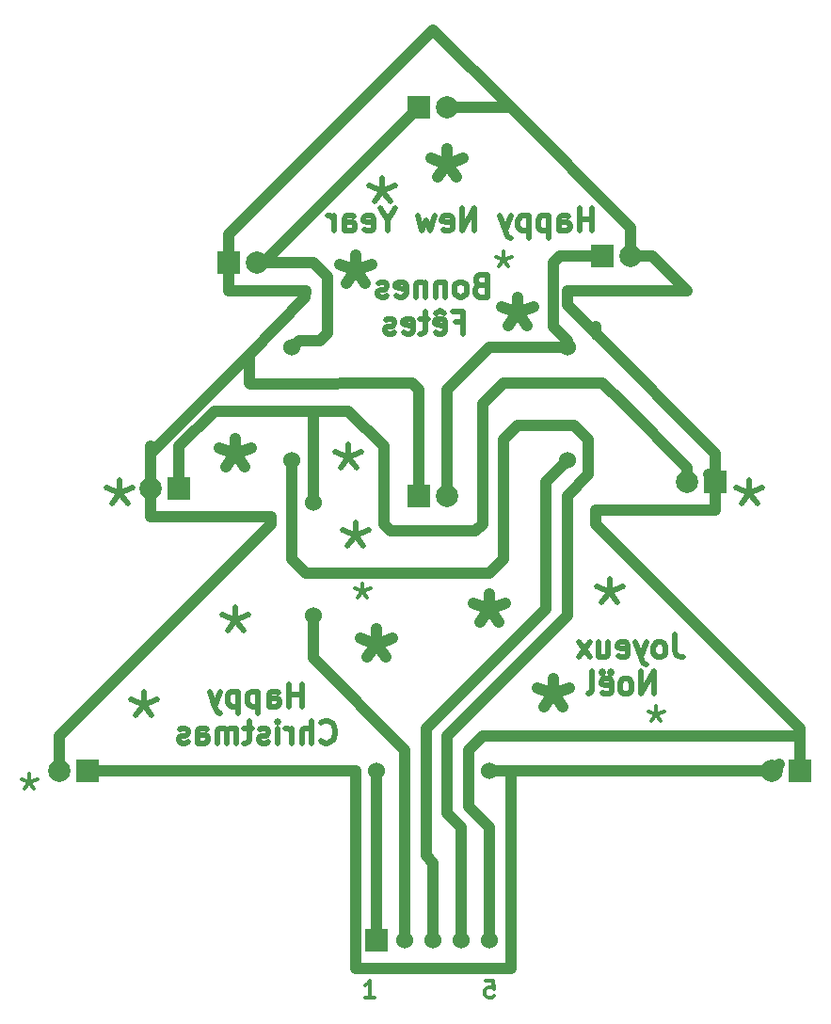
<source format=gbl>
G04 #@! TF.FileFunction,Copper,L2,Bot,Signal*
%FSLAX46Y46*%
G04 Gerber Fmt 4.6, Leading zero omitted, Abs format (unit mm)*
G04 Created by KiCad (PCBNEW 4.0.1-stable) date 27/05/2016 22:40:19*
%MOMM*%
G01*
G04 APERTURE LIST*
%ADD10C,0.100000*%
%ADD11C,0.375000*%
%ADD12C,0.500000*%
%ADD13C,1.000000*%
%ADD14C,0.300000*%
%ADD15C,1.524000*%
%ADD16R,2.000000X2.000000*%
%ADD17C,2.000000*%
G04 APERTURE END LIST*
D10*
D11*
X111402856Y-119828571D02*
X112117142Y-119828571D01*
X112188571Y-120542857D01*
X112117142Y-120471429D01*
X111974285Y-120400000D01*
X111617142Y-120400000D01*
X111474285Y-120471429D01*
X111402856Y-120542857D01*
X111331428Y-120685714D01*
X111331428Y-121042857D01*
X111402856Y-121185714D01*
X111474285Y-121257143D01*
X111617142Y-121328571D01*
X111974285Y-121328571D01*
X112117142Y-121257143D01*
X112188571Y-121185714D01*
X101393572Y-121328571D02*
X100536429Y-121328571D01*
X100965001Y-121328571D02*
X100965001Y-119828571D01*
X100822144Y-120042857D01*
X100679286Y-120185714D01*
X100536429Y-120257143D01*
D12*
X122555000Y-83621905D02*
X122555000Y-84812381D01*
X121364524Y-84336190D02*
X122555000Y-84812381D01*
X123745476Y-84336190D01*
X121840714Y-85764762D02*
X122555000Y-84812381D01*
X123269286Y-85764762D01*
D13*
X111760000Y-84979286D02*
X111760000Y-86407857D01*
X113188571Y-85836429D02*
X111760000Y-86407857D01*
X110331428Y-85836429D01*
X112617143Y-87550714D02*
X111760000Y-86407857D01*
X110902857Y-87550714D01*
X117475000Y-92599286D02*
X117475000Y-94027857D01*
X118903571Y-93456429D02*
X117475000Y-94027857D01*
X116046428Y-93456429D01*
X118332143Y-95170714D02*
X117475000Y-94027857D01*
X116617857Y-95170714D01*
D12*
X120981906Y-52339762D02*
X120981906Y-50339762D01*
X120981906Y-51292143D02*
X119839048Y-51292143D01*
X119839048Y-52339762D02*
X119839048Y-50339762D01*
X118029525Y-52339762D02*
X118029525Y-51292143D01*
X118124763Y-51101667D01*
X118315239Y-51006429D01*
X118696191Y-51006429D01*
X118886668Y-51101667D01*
X118029525Y-52244524D02*
X118220001Y-52339762D01*
X118696191Y-52339762D01*
X118886668Y-52244524D01*
X118981906Y-52054048D01*
X118981906Y-51863571D01*
X118886668Y-51673095D01*
X118696191Y-51577857D01*
X118220001Y-51577857D01*
X118029525Y-51482619D01*
X117077144Y-51006429D02*
X117077144Y-53006429D01*
X117077144Y-51101667D02*
X116886667Y-51006429D01*
X116505715Y-51006429D01*
X116315239Y-51101667D01*
X116220001Y-51196905D01*
X116124763Y-51387381D01*
X116124763Y-51958810D01*
X116220001Y-52149286D01*
X116315239Y-52244524D01*
X116505715Y-52339762D01*
X116886667Y-52339762D01*
X117077144Y-52244524D01*
X115267620Y-51006429D02*
X115267620Y-53006429D01*
X115267620Y-51101667D02*
X115077143Y-51006429D01*
X114696191Y-51006429D01*
X114505715Y-51101667D01*
X114410477Y-51196905D01*
X114315239Y-51387381D01*
X114315239Y-51958810D01*
X114410477Y-52149286D01*
X114505715Y-52244524D01*
X114696191Y-52339762D01*
X115077143Y-52339762D01*
X115267620Y-52244524D01*
X113648572Y-51006429D02*
X113172381Y-52339762D01*
X112696191Y-51006429D02*
X113172381Y-52339762D01*
X113362857Y-52815952D01*
X113458096Y-52911190D01*
X113648572Y-53006429D01*
X110410476Y-52339762D02*
X110410476Y-50339762D01*
X109267618Y-52339762D01*
X109267618Y-50339762D01*
X107553333Y-52244524D02*
X107743809Y-52339762D01*
X108124761Y-52339762D01*
X108315238Y-52244524D01*
X108410476Y-52054048D01*
X108410476Y-51292143D01*
X108315238Y-51101667D01*
X108124761Y-51006429D01*
X107743809Y-51006429D01*
X107553333Y-51101667D01*
X107458095Y-51292143D01*
X107458095Y-51482619D01*
X108410476Y-51673095D01*
X106791428Y-51006429D02*
X106410475Y-52339762D01*
X106029523Y-51387381D01*
X105648571Y-52339762D01*
X105267618Y-51006429D01*
X102600951Y-51387381D02*
X102600951Y-52339762D01*
X103267618Y-50339762D02*
X102600951Y-51387381D01*
X101934284Y-50339762D01*
X100505713Y-52244524D02*
X100696189Y-52339762D01*
X101077141Y-52339762D01*
X101267618Y-52244524D01*
X101362856Y-52054048D01*
X101362856Y-51292143D01*
X101267618Y-51101667D01*
X101077141Y-51006429D01*
X100696189Y-51006429D01*
X100505713Y-51101667D01*
X100410475Y-51292143D01*
X100410475Y-51482619D01*
X101362856Y-51673095D01*
X98696189Y-52339762D02*
X98696189Y-51292143D01*
X98791427Y-51101667D01*
X98981903Y-51006429D01*
X99362855Y-51006429D01*
X99553332Y-51101667D01*
X98696189Y-52244524D02*
X98886665Y-52339762D01*
X99362855Y-52339762D01*
X99553332Y-52244524D01*
X99648570Y-52054048D01*
X99648570Y-51863571D01*
X99553332Y-51673095D01*
X99362855Y-51577857D01*
X98886665Y-51577857D01*
X98696189Y-51482619D01*
X97743808Y-52339762D02*
X97743808Y-51006429D01*
X97743808Y-51387381D02*
X97648569Y-51196905D01*
X97553331Y-51101667D01*
X97362855Y-51006429D01*
X97172379Y-51006429D01*
D13*
X101600000Y-88154286D02*
X101600000Y-89582857D01*
X103028571Y-89011429D02*
X101600000Y-89582857D01*
X100171428Y-89011429D01*
X102457143Y-90725714D02*
X101600000Y-89582857D01*
X100742857Y-90725714D01*
X107950000Y-44974286D02*
X107950000Y-46402857D01*
X109378571Y-45831429D02*
X107950000Y-46402857D01*
X106521428Y-45831429D01*
X108807143Y-47545714D02*
X107950000Y-46402857D01*
X107092857Y-47545714D01*
D12*
X78486000Y-74731905D02*
X78486000Y-75922381D01*
X77295524Y-75446190D02*
X78486000Y-75922381D01*
X79676476Y-75446190D01*
X77771714Y-76874762D02*
X78486000Y-75922381D01*
X79200286Y-76874762D01*
D13*
X114300000Y-58309286D02*
X114300000Y-59737857D01*
X115728571Y-59166429D02*
X114300000Y-59737857D01*
X112871428Y-59166429D01*
X115157143Y-60880714D02*
X114300000Y-59737857D01*
X113442857Y-60880714D01*
X99695000Y-54499286D02*
X99695000Y-55927857D01*
X101123571Y-55356429D02*
X99695000Y-55927857D01*
X98266428Y-55356429D01*
X100552143Y-57070714D02*
X99695000Y-55927857D01*
X98837857Y-57070714D01*
X88900000Y-71009286D02*
X88900000Y-72437857D01*
X90328571Y-71866429D02*
X88900000Y-72437857D01*
X87471428Y-71866429D01*
X89757143Y-73580714D02*
X88900000Y-72437857D01*
X88042857Y-73580714D01*
D12*
X88900000Y-86161905D02*
X88900000Y-87352381D01*
X87709524Y-86876190D02*
X88900000Y-87352381D01*
X90090476Y-86876190D01*
X88185714Y-88304762D02*
X88900000Y-87352381D01*
X89614286Y-88304762D01*
X102108000Y-47553905D02*
X102108000Y-48744381D01*
X100917524Y-48268190D02*
X102108000Y-48744381D01*
X103298476Y-48268190D01*
X101393714Y-49696762D02*
X102108000Y-48744381D01*
X102822286Y-49696762D01*
X80645000Y-93781905D02*
X80645000Y-94972381D01*
X79454524Y-94496190D02*
X80645000Y-94972381D01*
X81835476Y-94496190D01*
X79930714Y-95924762D02*
X80645000Y-94972381D01*
X81359286Y-95924762D01*
D14*
X70358000Y-101227143D02*
X70358000Y-101941429D01*
X69643714Y-101655714D02*
X70358000Y-101941429D01*
X71072286Y-101655714D01*
X69929429Y-102512857D02*
X70358000Y-101941429D01*
X70786572Y-102512857D01*
D12*
X99695000Y-78541905D02*
X99695000Y-79732381D01*
X98504524Y-79256190D02*
X99695000Y-79732381D01*
X100885476Y-79256190D01*
X98980714Y-80684762D02*
X99695000Y-79732381D01*
X100409286Y-80684762D01*
D14*
X126746000Y-95131143D02*
X126746000Y-95845429D01*
X127460286Y-95559714D02*
X126746000Y-95845429D01*
X126031714Y-95559714D01*
X127174571Y-96416857D02*
X126746000Y-95845429D01*
X126317428Y-96416857D01*
D12*
X135128000Y-74731905D02*
X135128000Y-75922381D01*
X133937524Y-75446190D02*
X135128000Y-75922381D01*
X136318476Y-75446190D01*
X134413714Y-76874762D02*
X135128000Y-75922381D01*
X135842286Y-76874762D01*
X99060000Y-71556905D02*
X99060000Y-72747381D01*
X97869524Y-72271190D02*
X99060000Y-72747381D01*
X100250476Y-72271190D01*
X98345714Y-73699762D02*
X99060000Y-72747381D01*
X99774286Y-73699762D01*
D14*
X113030000Y-54237143D02*
X113030000Y-54951429D01*
X113744286Y-54665714D02*
X113030000Y-54951429D01*
X112315714Y-54665714D01*
X113458571Y-55522857D02*
X113030000Y-54951429D01*
X112601428Y-55522857D01*
X100330000Y-84082143D02*
X100330000Y-84796429D01*
X99615714Y-84510714D02*
X100330000Y-84796429D01*
X101044286Y-84510714D01*
X99901429Y-85367857D02*
X100330000Y-84796429D01*
X100758572Y-85367857D01*
D12*
X110918096Y-57262143D02*
X110632382Y-57357381D01*
X110537143Y-57452619D01*
X110441905Y-57643095D01*
X110441905Y-57928810D01*
X110537143Y-58119286D01*
X110632382Y-58214524D01*
X110822858Y-58309762D01*
X111584763Y-58309762D01*
X111584763Y-56309762D01*
X110918096Y-56309762D01*
X110727620Y-56405000D01*
X110632382Y-56500238D01*
X110537143Y-56690714D01*
X110537143Y-56881190D01*
X110632382Y-57071667D01*
X110727620Y-57166905D01*
X110918096Y-57262143D01*
X111584763Y-57262143D01*
X109299048Y-58309762D02*
X109489524Y-58214524D01*
X109584763Y-58119286D01*
X109680001Y-57928810D01*
X109680001Y-57357381D01*
X109584763Y-57166905D01*
X109489524Y-57071667D01*
X109299048Y-56976429D01*
X109013334Y-56976429D01*
X108822858Y-57071667D01*
X108727620Y-57166905D01*
X108632382Y-57357381D01*
X108632382Y-57928810D01*
X108727620Y-58119286D01*
X108822858Y-58214524D01*
X109013334Y-58309762D01*
X109299048Y-58309762D01*
X107775239Y-56976429D02*
X107775239Y-58309762D01*
X107775239Y-57166905D02*
X107680000Y-57071667D01*
X107489524Y-56976429D01*
X107203810Y-56976429D01*
X107013334Y-57071667D01*
X106918096Y-57262143D01*
X106918096Y-58309762D01*
X105965715Y-56976429D02*
X105965715Y-58309762D01*
X105965715Y-57166905D02*
X105870476Y-57071667D01*
X105680000Y-56976429D01*
X105394286Y-56976429D01*
X105203810Y-57071667D01*
X105108572Y-57262143D01*
X105108572Y-58309762D01*
X103394286Y-58214524D02*
X103584762Y-58309762D01*
X103965714Y-58309762D01*
X104156191Y-58214524D01*
X104251429Y-58024048D01*
X104251429Y-57262143D01*
X104156191Y-57071667D01*
X103965714Y-56976429D01*
X103584762Y-56976429D01*
X103394286Y-57071667D01*
X103299048Y-57262143D01*
X103299048Y-57452619D01*
X104251429Y-57643095D01*
X102537143Y-58214524D02*
X102346666Y-58309762D01*
X101965714Y-58309762D01*
X101775238Y-58214524D01*
X101680000Y-58024048D01*
X101680000Y-57928810D01*
X101775238Y-57738333D01*
X101965714Y-57643095D01*
X102251428Y-57643095D01*
X102441905Y-57547857D01*
X102537143Y-57357381D01*
X102537143Y-57262143D01*
X102441905Y-57071667D01*
X102251428Y-56976429D01*
X101965714Y-56976429D01*
X101775238Y-57071667D01*
X108727619Y-60562143D02*
X109394286Y-60562143D01*
X109394286Y-61609762D02*
X109394286Y-59609762D01*
X108441905Y-59609762D01*
X106918095Y-61514524D02*
X107108571Y-61609762D01*
X107489523Y-61609762D01*
X107680000Y-61514524D01*
X107775238Y-61324048D01*
X107775238Y-60562143D01*
X107680000Y-60371667D01*
X107489523Y-60276429D01*
X107108571Y-60276429D01*
X106918095Y-60371667D01*
X106822857Y-60562143D01*
X106822857Y-60752619D01*
X107775238Y-60943095D01*
X107680000Y-59800238D02*
X107299047Y-59514524D01*
X106918095Y-59800238D01*
X106251428Y-60276429D02*
X105489523Y-60276429D01*
X105965714Y-59609762D02*
X105965714Y-61324048D01*
X105870475Y-61514524D01*
X105679999Y-61609762D01*
X105489523Y-61609762D01*
X104060952Y-61514524D02*
X104251428Y-61609762D01*
X104632380Y-61609762D01*
X104822857Y-61514524D01*
X104918095Y-61324048D01*
X104918095Y-60562143D01*
X104822857Y-60371667D01*
X104632380Y-60276429D01*
X104251428Y-60276429D01*
X104060952Y-60371667D01*
X103965714Y-60562143D01*
X103965714Y-60752619D01*
X104918095Y-60943095D01*
X103203809Y-61514524D02*
X103013332Y-61609762D01*
X102632380Y-61609762D01*
X102441904Y-61514524D01*
X102346666Y-61324048D01*
X102346666Y-61228810D01*
X102441904Y-61038333D01*
X102632380Y-60943095D01*
X102918094Y-60943095D01*
X103108571Y-60847857D01*
X103203809Y-60657381D01*
X103203809Y-60562143D01*
X103108571Y-60371667D01*
X102918094Y-60276429D01*
X102632380Y-60276429D01*
X102441904Y-60371667D01*
X94852620Y-95139762D02*
X94852620Y-93139762D01*
X94852620Y-94092143D02*
X93709762Y-94092143D01*
X93709762Y-95139762D02*
X93709762Y-93139762D01*
X91900239Y-95139762D02*
X91900239Y-94092143D01*
X91995477Y-93901667D01*
X92185953Y-93806429D01*
X92566905Y-93806429D01*
X92757382Y-93901667D01*
X91900239Y-95044524D02*
X92090715Y-95139762D01*
X92566905Y-95139762D01*
X92757382Y-95044524D01*
X92852620Y-94854048D01*
X92852620Y-94663571D01*
X92757382Y-94473095D01*
X92566905Y-94377857D01*
X92090715Y-94377857D01*
X91900239Y-94282619D01*
X90947858Y-93806429D02*
X90947858Y-95806429D01*
X90947858Y-93901667D02*
X90757381Y-93806429D01*
X90376429Y-93806429D01*
X90185953Y-93901667D01*
X90090715Y-93996905D01*
X89995477Y-94187381D01*
X89995477Y-94758810D01*
X90090715Y-94949286D01*
X90185953Y-95044524D01*
X90376429Y-95139762D01*
X90757381Y-95139762D01*
X90947858Y-95044524D01*
X89138334Y-93806429D02*
X89138334Y-95806429D01*
X89138334Y-93901667D02*
X88947857Y-93806429D01*
X88566905Y-93806429D01*
X88376429Y-93901667D01*
X88281191Y-93996905D01*
X88185953Y-94187381D01*
X88185953Y-94758810D01*
X88281191Y-94949286D01*
X88376429Y-95044524D01*
X88566905Y-95139762D01*
X88947857Y-95139762D01*
X89138334Y-95044524D01*
X87519286Y-93806429D02*
X87043095Y-95139762D01*
X86566905Y-93806429D02*
X87043095Y-95139762D01*
X87233571Y-95615952D01*
X87328810Y-95711190D01*
X87519286Y-95806429D01*
X96614524Y-98249286D02*
X96709762Y-98344524D01*
X96995477Y-98439762D01*
X97185953Y-98439762D01*
X97471667Y-98344524D01*
X97662143Y-98154048D01*
X97757382Y-97963571D01*
X97852620Y-97582619D01*
X97852620Y-97296905D01*
X97757382Y-96915952D01*
X97662143Y-96725476D01*
X97471667Y-96535000D01*
X97185953Y-96439762D01*
X96995477Y-96439762D01*
X96709762Y-96535000D01*
X96614524Y-96630238D01*
X95757382Y-98439762D02*
X95757382Y-96439762D01*
X94900239Y-98439762D02*
X94900239Y-97392143D01*
X94995477Y-97201667D01*
X95185953Y-97106429D01*
X95471667Y-97106429D01*
X95662143Y-97201667D01*
X95757382Y-97296905D01*
X93947858Y-98439762D02*
X93947858Y-97106429D01*
X93947858Y-97487381D02*
X93852619Y-97296905D01*
X93757381Y-97201667D01*
X93566905Y-97106429D01*
X93376429Y-97106429D01*
X92709763Y-98439762D02*
X92709763Y-97106429D01*
X92709763Y-96439762D02*
X92805001Y-96535000D01*
X92709763Y-96630238D01*
X92614524Y-96535000D01*
X92709763Y-96439762D01*
X92709763Y-96630238D01*
X91852620Y-98344524D02*
X91662143Y-98439762D01*
X91281191Y-98439762D01*
X91090715Y-98344524D01*
X90995477Y-98154048D01*
X90995477Y-98058810D01*
X91090715Y-97868333D01*
X91281191Y-97773095D01*
X91566905Y-97773095D01*
X91757382Y-97677857D01*
X91852620Y-97487381D01*
X91852620Y-97392143D01*
X91757382Y-97201667D01*
X91566905Y-97106429D01*
X91281191Y-97106429D01*
X91090715Y-97201667D01*
X90424048Y-97106429D02*
X89662143Y-97106429D01*
X90138334Y-96439762D02*
X90138334Y-98154048D01*
X90043095Y-98344524D01*
X89852619Y-98439762D01*
X89662143Y-98439762D01*
X88995477Y-98439762D02*
X88995477Y-97106429D01*
X88995477Y-97296905D02*
X88900238Y-97201667D01*
X88709762Y-97106429D01*
X88424048Y-97106429D01*
X88233572Y-97201667D01*
X88138334Y-97392143D01*
X88138334Y-98439762D01*
X88138334Y-97392143D02*
X88043096Y-97201667D01*
X87852619Y-97106429D01*
X87566905Y-97106429D01*
X87376429Y-97201667D01*
X87281191Y-97392143D01*
X87281191Y-98439762D01*
X85471667Y-98439762D02*
X85471667Y-97392143D01*
X85566905Y-97201667D01*
X85757381Y-97106429D01*
X86138333Y-97106429D01*
X86328810Y-97201667D01*
X85471667Y-98344524D02*
X85662143Y-98439762D01*
X86138333Y-98439762D01*
X86328810Y-98344524D01*
X86424048Y-98154048D01*
X86424048Y-97963571D01*
X86328810Y-97773095D01*
X86138333Y-97677857D01*
X85662143Y-97677857D01*
X85471667Y-97582619D01*
X84614524Y-98344524D02*
X84424047Y-98439762D01*
X84043095Y-98439762D01*
X83852619Y-98344524D01*
X83757381Y-98154048D01*
X83757381Y-98058810D01*
X83852619Y-97868333D01*
X84043095Y-97773095D01*
X84328809Y-97773095D01*
X84519286Y-97677857D01*
X84614524Y-97487381D01*
X84614524Y-97392143D01*
X84519286Y-97201667D01*
X84328809Y-97106429D01*
X84043095Y-97106429D01*
X83852619Y-97201667D01*
X128412382Y-88694762D02*
X128412382Y-90123333D01*
X128507620Y-90409048D01*
X128698096Y-90599524D01*
X128983811Y-90694762D01*
X129174287Y-90694762D01*
X127174286Y-90694762D02*
X127364762Y-90599524D01*
X127460001Y-90504286D01*
X127555239Y-90313810D01*
X127555239Y-89742381D01*
X127460001Y-89551905D01*
X127364762Y-89456667D01*
X127174286Y-89361429D01*
X126888572Y-89361429D01*
X126698096Y-89456667D01*
X126602858Y-89551905D01*
X126507620Y-89742381D01*
X126507620Y-90313810D01*
X126602858Y-90504286D01*
X126698096Y-90599524D01*
X126888572Y-90694762D01*
X127174286Y-90694762D01*
X125840953Y-89361429D02*
X125364762Y-90694762D01*
X124888572Y-89361429D02*
X125364762Y-90694762D01*
X125555238Y-91170952D01*
X125650477Y-91266190D01*
X125840953Y-91361429D01*
X123364762Y-90599524D02*
X123555238Y-90694762D01*
X123936190Y-90694762D01*
X124126667Y-90599524D01*
X124221905Y-90409048D01*
X124221905Y-89647143D01*
X124126667Y-89456667D01*
X123936190Y-89361429D01*
X123555238Y-89361429D01*
X123364762Y-89456667D01*
X123269524Y-89647143D01*
X123269524Y-89837619D01*
X124221905Y-90028095D01*
X121555238Y-89361429D02*
X121555238Y-90694762D01*
X122412381Y-89361429D02*
X122412381Y-90409048D01*
X122317142Y-90599524D01*
X122126666Y-90694762D01*
X121840952Y-90694762D01*
X121650476Y-90599524D01*
X121555238Y-90504286D01*
X120793333Y-90694762D02*
X119745714Y-89361429D01*
X120793333Y-89361429D02*
X119745714Y-90694762D01*
X126555238Y-93994762D02*
X126555238Y-91994762D01*
X125412380Y-93994762D01*
X125412380Y-91994762D01*
X124174285Y-93994762D02*
X124364761Y-93899524D01*
X124460000Y-93804286D01*
X124555238Y-93613810D01*
X124555238Y-93042381D01*
X124460000Y-92851905D01*
X124364761Y-92756667D01*
X124174285Y-92661429D01*
X123888571Y-92661429D01*
X123698095Y-92756667D01*
X123602857Y-92851905D01*
X123507619Y-93042381D01*
X123507619Y-93613810D01*
X123602857Y-93804286D01*
X123698095Y-93899524D01*
X123888571Y-93994762D01*
X124174285Y-93994762D01*
X121888571Y-93899524D02*
X122079047Y-93994762D01*
X122459999Y-93994762D01*
X122650476Y-93899524D01*
X122745714Y-93709048D01*
X122745714Y-92947143D01*
X122650476Y-92756667D01*
X122459999Y-92661429D01*
X122079047Y-92661429D01*
X121888571Y-92756667D01*
X121793333Y-92947143D01*
X121793333Y-93137619D01*
X122745714Y-93328095D01*
X122650476Y-91994762D02*
X122555237Y-92090000D01*
X122650476Y-92185238D01*
X122745714Y-92090000D01*
X122650476Y-91994762D01*
X122650476Y-92185238D01*
X121888571Y-91994762D02*
X121793333Y-92090000D01*
X121888571Y-92185238D01*
X121983809Y-92090000D01*
X121888571Y-91994762D01*
X121888571Y-92185238D01*
X120650475Y-93994762D02*
X120840951Y-93899524D01*
X120936190Y-93709048D01*
X120936190Y-91994762D01*
D15*
X104140000Y-116205000D03*
X106680000Y-116205000D03*
X109220000Y-116205000D03*
X111760000Y-116205000D03*
D16*
X101600000Y-116205000D03*
X105410000Y-41275000D03*
D17*
X107950000Y-41275000D03*
D16*
X88265000Y-55245000D03*
D17*
X90805000Y-55245000D03*
D16*
X121920000Y-54610000D03*
D17*
X124460000Y-54610000D03*
D16*
X105410000Y-76200000D03*
D17*
X107950000Y-76200000D03*
D16*
X83820000Y-75565000D03*
D17*
X81280000Y-75565000D03*
D16*
X132080000Y-74930000D03*
D17*
X129540000Y-74930000D03*
D16*
X75565000Y-100965000D03*
D17*
X73025000Y-100965000D03*
D16*
X139700000Y-100965000D03*
D17*
X137160000Y-100965000D03*
D15*
X93980000Y-62865000D03*
X93980000Y-73025000D03*
X118745000Y-73025000D03*
X118745000Y-62865000D03*
X95885000Y-86995000D03*
X95885000Y-76835000D03*
X101600000Y-100965000D03*
X111760000Y-100965000D03*
D13*
X121285000Y-78740000D02*
X121285000Y-77470000D01*
X139700000Y-97155000D02*
X121285000Y-78740000D01*
X139700000Y-97790000D02*
X139700000Y-97155000D01*
X121285000Y-77470000D02*
X132080000Y-77470000D01*
X111760000Y-116205000D02*
X111760000Y-106045000D01*
X111125000Y-97790000D02*
X139700000Y-97790000D01*
X109855000Y-99060000D02*
X111125000Y-97790000D01*
X109855000Y-104140000D02*
X109855000Y-99060000D01*
X111760000Y-106045000D02*
X109855000Y-104140000D01*
X81280000Y-75565000D02*
X81280000Y-78105000D01*
X81280000Y-78105000D02*
X92075000Y-78105000D01*
X92075000Y-78105000D02*
X92075000Y-78740000D01*
X92075000Y-78740000D02*
X73025000Y-97790000D01*
X73025000Y-97790000D02*
X73025000Y-100965000D01*
X81280000Y-75565000D02*
X81280000Y-71755000D01*
X81280000Y-72390000D02*
X90170000Y-63500000D01*
X81280000Y-71755000D02*
X81280000Y-72390000D01*
X90170000Y-63500000D02*
X90170000Y-64135000D01*
X90170000Y-63500000D02*
X90170000Y-64135000D01*
X90170000Y-64135000D02*
X90170000Y-66040000D01*
X105410000Y-66675000D02*
X105410000Y-76200000D01*
X104775000Y-66040000D02*
X91440242Y-66096792D01*
X105410000Y-66675000D02*
X104775000Y-66040000D01*
X90226792Y-66096792D02*
X91440242Y-66096792D01*
X90170000Y-66040000D02*
X90226792Y-66096792D01*
X90170000Y-63500000D02*
X95103480Y-58313142D01*
X90170000Y-63500000D02*
X90170000Y-63500000D01*
X88265000Y-57785000D02*
X88265000Y-55245000D01*
X95250000Y-57785000D02*
X88265000Y-57785000D01*
X95103480Y-58313142D02*
X95250000Y-57785000D01*
X124460000Y-52070000D02*
X124460000Y-54610000D01*
X88265000Y-55245000D02*
X88265000Y-52705000D01*
X90805000Y-50165000D02*
X106680000Y-34290000D01*
X106680000Y-34290000D02*
X113665000Y-41275000D01*
X88265000Y-52705000D02*
X90805000Y-50165000D01*
X121412000Y-61722000D02*
X121285000Y-61595000D01*
X121285000Y-61595000D02*
X121285000Y-60960000D01*
X121285000Y-60960000D02*
X121285000Y-61595000D01*
X132080000Y-74930000D02*
X132080000Y-77470000D01*
X139700000Y-97790000D02*
X139700000Y-100965000D01*
X124460000Y-54610000D02*
X126365000Y-54610000D01*
X132080000Y-72390000D02*
X132080000Y-74930000D01*
X118745000Y-59055000D02*
X121285000Y-61595000D01*
X121285000Y-61595000D02*
X132080000Y-72390000D01*
X118745000Y-57785000D02*
X118745000Y-59055000D01*
X129540000Y-57785000D02*
X118745000Y-57785000D01*
X126365000Y-54610000D02*
X129540000Y-57785000D01*
X107950000Y-41275000D02*
X113665000Y-41275000D01*
X131445000Y-74295000D02*
X132080000Y-74930000D01*
X113665000Y-41275000D02*
X124460000Y-52070000D01*
X90805000Y-55245000D02*
X95885000Y-55245000D01*
X94615000Y-62230000D02*
X93980000Y-62865000D01*
X96520000Y-62230000D02*
X94615000Y-62230000D01*
X97155000Y-61595000D02*
X96520000Y-62230000D01*
X97155000Y-56515000D02*
X97155000Y-61595000D01*
X95885000Y-55245000D02*
X97155000Y-56515000D01*
X90805000Y-55245000D02*
X91440000Y-55245000D01*
X91440000Y-55245000D02*
X105410000Y-41275000D01*
X107950000Y-76200000D02*
X107950000Y-66675000D01*
X111760000Y-62865000D02*
X118745000Y-62865000D01*
X107950000Y-66675000D02*
X111760000Y-62865000D01*
X118745000Y-62865000D02*
X118745000Y-62230000D01*
X118745000Y-62230000D02*
X117475000Y-60960000D01*
X117475000Y-60960000D02*
X117475000Y-55245000D01*
X117475000Y-55245000D02*
X118110000Y-54610000D01*
X118110000Y-54610000D02*
X121920000Y-54610000D01*
X118745000Y-86995000D02*
X109855000Y-95885000D01*
X109220000Y-106045000D02*
X107950000Y-104775000D01*
X107950000Y-104775000D02*
X107950000Y-97790000D01*
X107950000Y-97790000D02*
X109855000Y-95885000D01*
X109220000Y-106045000D02*
X109220000Y-116205000D01*
X120650000Y-71120000D02*
X120650000Y-74295000D01*
X109855000Y-83185000D02*
X111760000Y-83185000D01*
X111760000Y-83185000D02*
X113030000Y-81915000D01*
X113030000Y-81915000D02*
X113030000Y-71120000D01*
X113030000Y-71120000D02*
X114300000Y-69850000D01*
X114300000Y-69850000D02*
X119380000Y-69850000D01*
X119380000Y-69850000D02*
X120650000Y-71120000D01*
X93980000Y-73025000D02*
X93980000Y-81915000D01*
X93980000Y-81915000D02*
X95250000Y-83185000D01*
X95250000Y-83185000D02*
X109855000Y-83185000D01*
X118745000Y-76200000D02*
X118745000Y-86995000D01*
X120650000Y-74295000D02*
X118745000Y-76200000D01*
X106680000Y-116205000D02*
X106680000Y-109220000D01*
X111760000Y-91440000D02*
X106045000Y-97155000D01*
X116840000Y-74930000D02*
X116840000Y-86360000D01*
X116840000Y-86360000D02*
X111760000Y-91440000D01*
X116840000Y-74930000D02*
X118745000Y-73025000D01*
X106045000Y-108585000D02*
X106045000Y-97155000D01*
X106680000Y-109220000D02*
X106045000Y-108585000D01*
X95885000Y-86995000D02*
X95885000Y-90805000D01*
X104140000Y-99060000D02*
X104140000Y-116205000D01*
X95885000Y-90805000D02*
X104140000Y-99060000D01*
X101600000Y-100965000D02*
X101600000Y-116205000D01*
X111125000Y-78740000D02*
X111125000Y-67945000D01*
X129540000Y-73660000D02*
X123825000Y-67945000D01*
X111125000Y-78740000D02*
X110490000Y-79375000D01*
X110490000Y-79375000D02*
X102870000Y-79375000D01*
X102870000Y-79375000D02*
X102235000Y-78740000D01*
X102235000Y-78740000D02*
X102235000Y-71755000D01*
X102235000Y-71755000D02*
X99060000Y-68580000D01*
X95885000Y-68580000D02*
X99060000Y-68580000D01*
X129540000Y-73660000D02*
X129540000Y-74930000D01*
X121920000Y-66040000D02*
X123825000Y-67945000D01*
X113030000Y-66040000D02*
X121920000Y-66040000D01*
X111125000Y-67945000D02*
X113030000Y-66040000D01*
X95885000Y-76835000D02*
X95885000Y-68580000D01*
X83820000Y-71755000D02*
X83820000Y-75565000D01*
X86995000Y-68580000D02*
X83820000Y-71755000D01*
X86995000Y-68580000D02*
X86995000Y-68580000D01*
X95885000Y-68580000D02*
X86995000Y-68580000D01*
X99695000Y-118745000D02*
X113665000Y-118745000D01*
X95250000Y-100965000D02*
X98425000Y-100965000D01*
X98425000Y-100965000D02*
X99695000Y-100965000D01*
X99695000Y-100965000D02*
X99695000Y-117475000D01*
X99695000Y-117475000D02*
X99695000Y-118745000D01*
X113665000Y-118110000D02*
X113665000Y-102235000D01*
X113665000Y-100965000D02*
X113665000Y-102235000D01*
X95250000Y-100965000D02*
X75565000Y-100965000D01*
X113665000Y-118745000D02*
X113665000Y-118110000D01*
X113665000Y-100965000D02*
X137160000Y-100965000D01*
X137160000Y-100965000D02*
X137795000Y-100330000D01*
X137795000Y-100330000D02*
X137160000Y-100965000D01*
X113665000Y-100965000D02*
X111760000Y-100965000D01*
M02*

</source>
